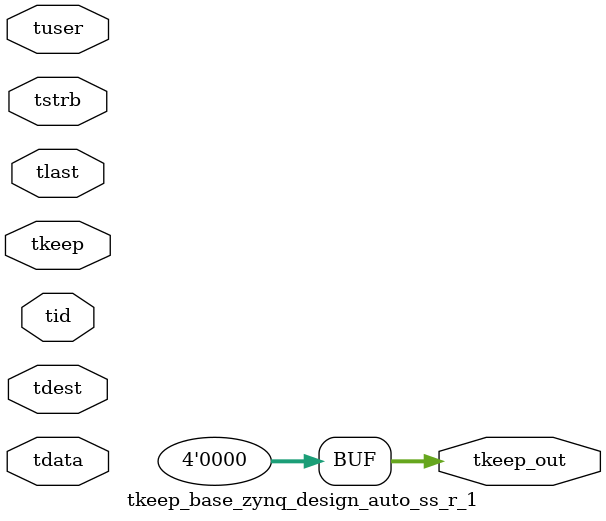
<source format=v>


`timescale 1ps/1ps

module tkeep_base_zynq_design_auto_ss_r_1 #
(
parameter C_S_AXIS_TDATA_WIDTH = 32,
parameter C_S_AXIS_TUSER_WIDTH = 0,
parameter C_S_AXIS_TID_WIDTH   = 0,
parameter C_S_AXIS_TDEST_WIDTH = 0,
parameter C_M_AXIS_TDATA_WIDTH = 32
)
(
input  [(C_S_AXIS_TDATA_WIDTH == 0 ? 1 : C_S_AXIS_TDATA_WIDTH)-1:0     ] tdata,
input  [(C_S_AXIS_TUSER_WIDTH == 0 ? 1 : C_S_AXIS_TUSER_WIDTH)-1:0     ] tuser,
input  [(C_S_AXIS_TID_WIDTH   == 0 ? 1 : C_S_AXIS_TID_WIDTH)-1:0       ] tid,
input  [(C_S_AXIS_TDEST_WIDTH == 0 ? 1 : C_S_AXIS_TDEST_WIDTH)-1:0     ] tdest,
input  [(C_S_AXIS_TDATA_WIDTH/8)-1:0 ] tkeep,
input  [(C_S_AXIS_TDATA_WIDTH/8)-1:0 ] tstrb,
input                                                                    tlast,
output [(C_M_AXIS_TDATA_WIDTH/8)-1:0 ] tkeep_out
);

assign tkeep_out = {1'b0};

endmodule


</source>
